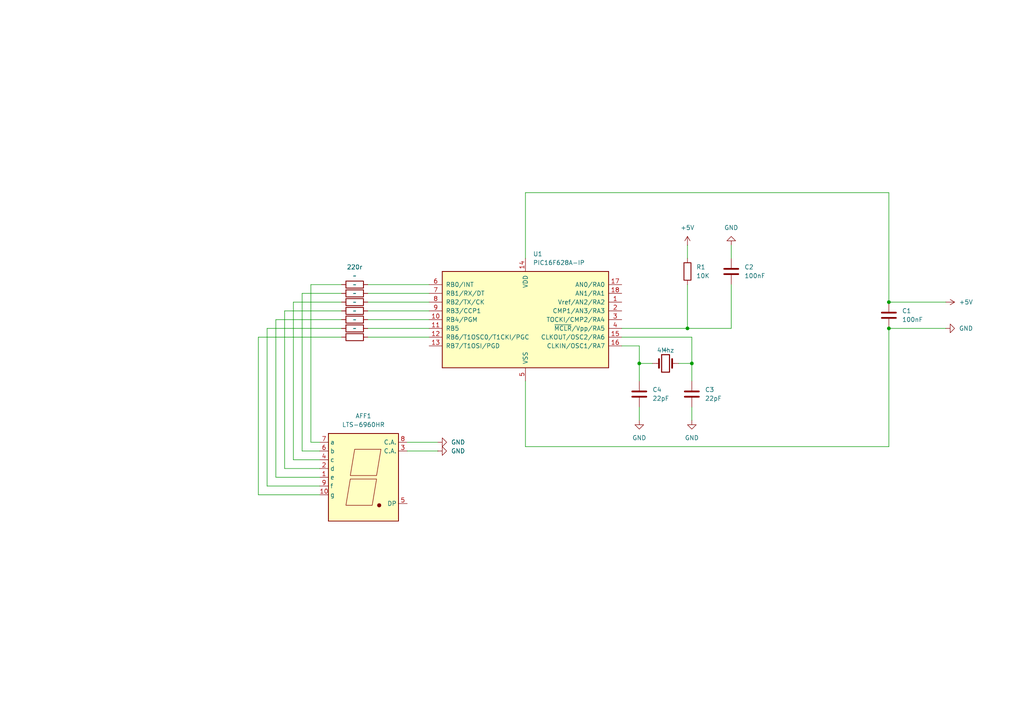
<source format=kicad_sch>
(kicad_sch (version 20231120) (generator "eeschema") (generator_version "8.0")
  (paper "A4")
  (lib_symbols
    (symbol "Device:C" (pin_numbers hide) (pin_names (offset 0.254))
      (property "Reference" "C" (at 0.635 2.54 0))
      (property "Value" "C" (at 0.635 -2.54 0))
      (symbol "C_0_1"
        (polyline (pts (xy -2.032 -0.762) (xy 2.032 -0.762)) (stroke (width 0.508)))
        (polyline (pts (xy -2.032 0.762) (xy 2.032 0.762)) (stroke (width 0.508)))
      )
      (symbol "C_1_1"
        (pin passive line (at 0 3.81 270) (length 2.794) (name "~") (number "1"))
        (pin passive line (at 0 -3.81 90) (length 2.794) (name "~") (number "2"))
      )
    )
    (symbol "Device:Crystal" (pin_numbers hide) (pin_names (offset 1.016) hide)
      (property "Reference" "Y" (at 0 3.81 0))
      (property "Value" "Crystal" (at 0 -3.81 0))
      (symbol "Crystal_0_1"
        (rectangle (start -1.143 2.54) (end 1.143 -2.54) (stroke (width 0.3048)))
        (polyline (pts (xy -2.54 0) (xy -1.905 0)))
        (polyline (pts (xy -1.905 -1.27) (xy -1.905 1.27)) (stroke (width 0.508)))
        (polyline (pts (xy 1.905 -1.27) (xy 1.905 1.27)) (stroke (width 0.508)))
        (polyline (pts (xy 2.54 0) (xy 1.905 0)))
      )
      (symbol "Crystal_1_1"
        (pin passive line (at -3.81 0 0) (length 1.27) (name "1") (number "1"))
        (pin passive line (at 3.81 0 180) (length 1.27) (name "2") (number "2"))
      )
    )
    (symbol "Device:R" (pin_numbers hide) (pin_names (offset 0))
      (property "Reference" "R" (at 2.032 0 90))
      (property "Value" "R" (at 0 0 90))
      (symbol "R_0_1"
        (rectangle (start -1.016 -2.54) (end 1.016 2.54) (stroke (width 0.254)))
      )
      (symbol "R_1_1"
        (pin passive line (at 0 3.81 270) (length 1.27) (name "~") (number "1"))
        (pin passive line (at 0 -3.81 90) (length 1.27) (name "~") (number "2"))
      )
    )
    (symbol "Display_Character:LTS-6960HR"
      (property "Reference" "AFF" (at -7.874 13.97 0))
      (property "Value" "LTS-6960HR" (at -2.032 13.97 0))
      (symbol "LTS-6960HR_0_1"
        (rectangle (start -10.16 12.7) (end 10.16 -12.7) (stroke (width 0.254)) (fill (type background)))
        (polyline (pts (xy -3.81 -0.508) (xy 3.81 -0.508) (xy 2.54 -8.128) (xy -5.08 -8.128) (xy -3.81 -0.508) (xy -3.81 -0.508)))
        (polyline (pts (xy -2.54 8.128) (xy 5.08 8.128) (xy 3.81 0.508) (xy -3.81 0.508) (xy -2.54 8.128) (xy -2.54 8.128)))
        (circle (center 4.572 -8.128) (radius 0.508) (fill (type outline)))
      )
      (symbol "LTS-6960HR_1_1"
        (pin passive line (at -12.7 0 0) (length 2.54) (name "e") (number "1"))
        (pin passive line (at -12.7 -5.08 0) (length 2.54) (name "g") (number "10"))
        (pin passive line (at -12.7 2.54 0) (length 2.54) (name "d") (number "2"))
        (pin passive line (at 12.7 7.62 180) (length 2.54) (name "C.A.") (number "3"))
        (pin passive line (at -12.7 5.08 0) (length 2.54) (name "c") (number "4"))
        (pin passive line (at 12.7 -7.62 180) (length 2.54) (name "DP") (number "5"))
        (pin passive line (at -12.7 7.62 0) (length 2.54) (name "b") (number "6"))
        (pin passive line (at -12.7 10.16 0) (length 2.54) (name "a") (number "7"))
        (pin passive line (at 12.7 10.16 180) (length 2.54) (name "C.A.") (number "8"))
        (pin passive line (at -12.7 -2.54 0) (length 2.54) (name "f") (number "9"))
      )
    )
    (symbol "MCU_Microchip_PIC16:PIC16F628A-IP" (pin_names (offset 1.016))
      (property "Reference" "U" (at -24.13 17.78 0))
      (property "Value" "PIC16F628A-IP" (at -24.13 15.24 0))
      (symbol "PIC16F628A-IP_0_1"
        (rectangle (start 24.13 13.97) (end -24.13 -13.97) (stroke (width 0.254)) (fill (type background)))
      )
      (symbol "PIC16F628A-IP_1_1"
        (pin bidirectional line (at 27.94 5.08 180) (length 3.81) (name "Vref/AN2/RA2") (number "1"))
        (pin bidirectional line (at -27.94 0 0) (length 3.81) (name "RB4/PGM") (number "10"))
        (pin bidirectional line (at -27.94 -2.54 0) (length 3.81) (name "RB5") (number "11"))
        (pin bidirectional line (at -27.94 -5.08 0) (length 3.81) (name "RB6/T1OSC0/T1CKI/PGC") (number "12"))
        (pin bidirectional line (at -27.94 -7.62 0) (length 3.81) (name "RB7/T1OSI/PGD") (number "13"))
        (pin power_in line (at 0 17.78 270) (length 3.81) (name "VDD") (number "14"))
        (pin bidirectional line (at 27.94 -5.08 180) (length 3.81) (name "CLKOUT/OSC2/RA6") (number "15"))
        (pin bidirectional line (at 27.94 -7.62 180) (length 3.81) (name "CLKIN/OSC1/RA7") (number "16"))
        (pin bidirectional line (at 27.94 10.16 180) (length 3.81) (name "AN0/RA0") (number "17"))
        (pin bidirectional line (at 27.94 7.62 180) (length 3.81) (name "AN1/RA1") (number "18"))
        (pin bidirectional line (at 27.94 2.54 180) (length 3.81) (name "CMP1/AN3/RA3") (number "2"))
        (pin bidirectional line (at 27.94 0 180) (length 3.81) (name "TOCKI/CMP2/RA4") (number "3"))
        (pin input line (at 27.94 -2.54 180) (length 3.81) (name "~{MCLR}/Vpp/RA5") (number "4"))
        (pin power_in line (at 0 -17.78 90) (length 3.81) (name "VSS") (number "5"))
        (pin bidirectional line (at -27.94 10.16 0) (length 3.81) (name "RB0/INT") (number "6"))
        (pin bidirectional line (at -27.94 7.62 0) (length 3.81) (name "RB1/RX/DT") (number "7"))
        (pin bidirectional line (at -27.94 5.08 0) (length 3.81) (name "RB2/TX/CK") (number "8"))
        (pin bidirectional line (at -27.94 2.54 0) (length 3.81) (name "RB3/CCP1") (number "9"))
      )
    )
    (symbol "power:+5V" (power) (pin_numbers hide) (pin_names (offset 0) hide)
      (property "Value" "+5V" (at 0 3.556 0))
      (symbol "+5V_0_1"
        (polyline (pts (xy -0.762 1.27) (xy 0 2.54)))
        (polyline (pts (xy 0 0) (xy 0 2.54)))
        (polyline (pts (xy 0 2.54) (xy 0.762 1.27)))
      )
      (symbol "+5V_1_1"
        (pin power_in line (at 0 0 90) (length 0) (name "~") (number "1"))
      )
    )
    (symbol "power:GND" (power) (pin_numbers hide) (pin_names (offset 0) hide)
      (property "Value" "GND" (at 0 -3.81 0))
      (symbol "GND_0_1"
        (polyline (pts (xy 0 0) (xy 0 -1.27) (xy 1.27 -1.27) (xy 0 -2.54) (xy -1.27 -1.27) (xy 0 -1.27)))
      )
      (symbol "GND_1_1"
        (pin power_in line (at 0 0 270) (length 0) (name "~") (number "1"))
      )
    )
  )
  (junction (at 257.81 95.25))
  (junction (at 185.42 105.41))
  (junction (at 199.39 95.25))
  (junction (at 257.81 87.63))
  (junction (at 200.66 105.41))
  (wire (pts (xy 180.34 97.79) (xy 200.66 97.79)))
  (wire (pts (xy 85.09 133.35) (xy 85.09 87.63)))
  (wire (pts (xy 257.81 87.63) (xy 274.32 87.63)))
  (wire (pts (xy 152.4 110.49) (xy 152.4 129.54)))
  (wire (pts (xy 257.81 55.88) (xy 257.81 87.63)))
  (wire (pts (xy 118.11 128.27) (xy 127 128.27)))
  (wire (pts (xy 118.11 130.81) (xy 127 130.81)))
  (wire (pts (xy 106.68 87.63) (xy 124.46 87.63)))
  (wire (pts (xy 87.63 130.81) (xy 87.63 85.09)))
  (wire (pts (xy 180.34 95.25) (xy 199.39 95.25)))
  (wire (pts (xy 189.23 105.41) (xy 185.42 105.41)))
  (wire (pts (xy 77.47 95.25) (xy 99.06 95.25)))
  (wire (pts (xy 77.47 140.97) (xy 77.47 95.25)))
  (wire (pts (xy 92.71 128.27) (xy 90.17 128.27)))
  (wire (pts (xy 196.85 105.41) (xy 200.66 105.41)))
  (wire (pts (xy 85.09 87.63) (xy 99.06 87.63)))
  (wire (pts (xy 212.09 95.25) (xy 199.39 95.25)))
  (wire (pts (xy 74.93 97.79) (xy 99.06 97.79)))
  (wire (pts (xy 185.42 105.41) (xy 185.42 110.49)))
  (wire (pts (xy 92.71 130.81) (xy 87.63 130.81)))
  (wire (pts (xy 92.71 143.51) (xy 74.93 143.51)))
  (wire (pts (xy 199.39 71.12) (xy 199.39 74.93)))
  (wire (pts (xy 199.39 95.25) (xy 199.39 82.55)))
  (wire (pts (xy 200.66 97.79) (xy 200.66 105.41)))
  (wire (pts (xy 152.4 55.88) (xy 257.81 55.88)))
  (wire (pts (xy 106.68 95.25) (xy 124.46 95.25)))
  (wire (pts (xy 106.68 85.09) (xy 124.46 85.09)))
  (wire (pts (xy 80.01 138.43) (xy 80.01 92.71)))
  (wire (pts (xy 74.93 143.51) (xy 74.93 97.79)))
  (wire (pts (xy 90.17 128.27) (xy 90.17 82.55)))
  (wire (pts (xy 82.55 90.17) (xy 99.06 90.17)))
  (wire (pts (xy 212.09 82.55) (xy 212.09 95.25)))
  (wire (pts (xy 185.42 100.33) (xy 185.42 105.41)))
  (wire (pts (xy 87.63 85.09) (xy 99.06 85.09)))
  (wire (pts (xy 106.68 92.71) (xy 124.46 92.71)))
  (wire (pts (xy 212.09 71.12) (xy 212.09 74.93)))
  (wire (pts (xy 92.71 133.35) (xy 85.09 133.35)))
  (wire (pts (xy 185.42 118.11) (xy 185.42 121.92)))
  (wire (pts (xy 106.68 97.79) (xy 124.46 97.79)))
  (wire (pts (xy 82.55 135.89) (xy 82.55 90.17)))
  (wire (pts (xy 257.81 95.25) (xy 274.32 95.25)))
  (wire (pts (xy 200.66 105.41) (xy 200.66 110.49)))
  (wire (pts (xy 152.4 129.54) (xy 257.81 129.54)))
  (wire (pts (xy 90.17 82.55) (xy 99.06 82.55)))
  (wire (pts (xy 80.01 92.71) (xy 99.06 92.71)))
  (wire (pts (xy 152.4 74.93) (xy 152.4 55.88)))
  (wire (pts (xy 92.71 138.43) (xy 80.01 138.43)))
  (wire (pts (xy 180.34 100.33) (xy 185.42 100.33)))
  (wire (pts (xy 106.68 82.55) (xy 124.46 82.55)))
  (wire (pts (xy 200.66 118.11) (xy 200.66 121.92)))
  (wire (pts (xy 92.71 140.97) (xy 77.47 140.97)))
  (wire (pts (xy 92.71 135.89) (xy 82.55 135.89)))
  (wire (pts (xy 257.81 129.54) (xy 257.81 95.25)))
  (wire (pts (xy 106.68 90.17) (xy 124.46 90.17)))
  (symbol (lib_id "Device:R") (at 102.87 85.09 90) (unit 1)
    (property "Reference" "220r" (effects (hide yes)))
    (property "Value" "~" (at 102.87 82.55 90))
    (property "Description" "Resistor" (effects (hide yes)))
  )
  (symbol (lib_id "MCU_Microchip_PIC16:PIC16F628A-IP") (at 152.4 92.71 0) (unit 1)
    (property "Reference" "U1" (at 154.5941 73.66 0) (effects (justify left)))
    (property "Value" "PIC16F628A-IP" (at 154.5941 76.2 0) (effects (justify left)))
    (property "Datasheet" "http://ww1.microchip.com/downloads/en/DeviceDoc/40300c.pdf" (effects (hide yes)))
    (property "Description" "2048W Flash, 224B SRAM, 128B EEPROM, DIP18" (effects (hide yes)))
  )
  (symbol (lib_id "power:GND") (at 127 128.27 90) (unit 1)
    (property "Reference" "#PWR08" (effects (hide yes)))
    (property "Value" "GND" (at 130.81 128.2699 90) (effects (justify right)))
    (property "Description" "Power symbol creates a global label with name \"GND\" , ground" (effects (hide yes)))
  )
  (symbol (lib_id "power:GND") (at 127 130.81 90) (unit 1)
    (property "Reference" "#PWR07" (effects (hide yes)))
    (property "Value" "GND" (at 130.81 130.8099 90) (effects (justify right)))
    (property "Description" "Power symbol creates a global label with name \"GND\" , ground" (effects (hide yes)))
  )
  (symbol (lib_id "Device:R") (at 102.87 82.55 90) (unit 1)
    (property "Reference" "220r" (at 102.87 77.47 90))
    (property "Value" "~" (at 102.87 80.01 90))
    (property "Description" "Resistor" (effects (hide yes)))
  )
  (symbol (lib_id "Device:R") (at 102.87 87.63 90) (unit 1)
    (property "Reference" "220r1" (effects (hide yes)))
    (property "Value" "~" (at 102.87 85.09 90))
    (property "Description" "Resistor" (effects (hide yes)))
  )
  (symbol (lib_id "Device:C") (at 200.66 114.3 0) (unit 1)
    (property "Reference" "C3" (at 204.47 113.0299 0) (effects (justify left)))
    (property "Value" "22pF" (at 204.47 115.5699 0) (effects (justify left)))
    (property "Description" "Unpolarized capacitor" (effects (hide yes)))
  )
  (symbol (lib_id "power:GND") (at 185.42 121.92 0) (unit 1)
    (property "Reference" "#PWR06" (effects (hide yes)))
    (property "Value" "GND" (at 185.42 127 0))
    (property "Description" "Power symbol creates a global label with name \"GND\" , ground" (effects (hide yes)))
  )
  (symbol (lib_id "Device:Crystal") (at 193.04 105.41 0) (unit 1)
    (property "Reference" "4Mhz" (at 193.04 101.6 0))
    (property "Value" "~" (at 193.04 101.6 0))
    (property "Description" "Two pin crystal" (effects (hide yes)))
  )
  (symbol (lib_id "Device:C") (at 257.81 91.44 0) (unit 1)
    (property "Reference" "C1" (at 261.62 90.1699 0) (effects (justify left)))
    (property "Value" "100nF" (at 261.62 92.7099 0) (effects (justify left)))
    (property "Description" "Unpolarized capacitor" (effects (hide yes)))
  )
  (symbol (lib_id "Device:R") (at 102.87 90.17 90) (unit 1)
    (property "Reference" "220r2" (effects (hide yes)))
    (property "Value" "~" (at 102.87 87.63 90))
    (property "Description" "Resistor" (effects (hide yes)))
  )
  (symbol (lib_id "Device:R") (at 102.87 92.71 90) (unit 1)
    (property "Reference" "220r3" (effects (hide yes)))
    (property "Value" "~" (at 102.87 90.17 90))
    (property "Description" "Resistor" (effects (hide yes)))
  )
  (symbol (lib_id "power:GND") (at 200.66 121.92 0) (unit 1)
    (property "Reference" "#PWR05" (effects (hide yes)))
    (property "Value" "GND" (at 200.66 127 0))
    (property "Description" "Power symbol creates a global label with name \"GND\" , ground" (effects (hide yes)))
  )
  (symbol (lib_id "power:+5V") (at 274.32 87.63 270) (unit 1)
    (property "Reference" "#PWR03" (effects (hide yes)))
    (property "Value" "+5V" (at 278.13 87.6299 90) (effects (justify left)))
    (property "Description" "Power symbol creates a global label with name \"+5V\"" (effects (hide yes)))
  )
  (symbol (lib_id "power:GND") (at 274.32 95.25 90) (unit 1)
    (property "Reference" "#PWR02" (effects (hide yes)))
    (property "Value" "GND" (at 278.13 95.2499 90) (effects (justify right)))
    (property "Description" "Power symbol creates a global label with name \"GND\" , ground" (effects (hide yes)))
  )
  (symbol (lib_id "power:GND") (at 212.09 71.12 180) (unit 1)
    (property "Reference" "#PWR01" (effects (hide yes)))
    (property "Value" "GND" (at 212.09 66.04 0))
    (property "Description" "Power symbol creates a global label with name \"GND\" , ground" (effects (hide yes)))
  )
  (symbol (lib_id "Display_Character:LTS-6960HR") (at 105.41 138.43 0) (unit 1)
    (property "Reference" "AFF1" (at 105.41 120.65 0))
    (property "Value" "LTS-6960HR" (at 105.41 123.19 0))
    (property "Footprint" "Display_7Segment:7SegmentLED_LTS6760_LTS6780" (effects (hide yes)))
    (property "Datasheet" "https://datasheet.octopart.com/LTS-6960HR-Lite-On-datasheet-11803242.pdf" (effects (hide yes)))
    (property "Description" "DISPLAY 7 SEGMENTS common A." (effects (hide yes)))
  )
  (symbol (lib_id "power:+5V") (at 199.39 71.12 0) (unit 1)
    (property "Reference" "#PWR04" (effects (hide yes)))
    (property "Value" "+5V" (at 199.39 66.04 0))
    (property "Description" "Power symbol creates a global label with name \"+5V\"" (effects (hide yes)))
  )
  (symbol (lib_id "Device:C") (at 212.09 78.74 0) (unit 1)
    (property "Reference" "C2" (at 215.9 77.4699 0) (effects (justify left)))
    (property "Value" "100nF" (at 215.9 80.0099 0) (effects (justify left)))
    (property "Description" "Unpolarized capacitor" (effects (hide yes)))
  )
  (symbol (lib_id "Device:R") (at 102.87 95.25 90) (unit 1)
    (property "Reference" "220r4" (effects (hide yes)))
    (property "Value" "~" (at 102.87 92.71 90))
    (property "Description" "Resistor" (effects (hide yes)))
  )
  (symbol (lib_id "Device:C") (at 185.42 114.3 0) (unit 1)
    (property "Reference" "C4" (at 189.23 113.0299 0) (effects (justify left)))
    (property "Value" "22pF" (at 189.23 115.5699 0) (effects (justify left)))
    (property "Description" "Unpolarized capacitor" (effects (hide yes)))
  )
  (symbol (lib_id "Device:R") (at 199.39 78.74 0) (unit 1)
    (property "Reference" "R1" (at 201.93 77.4699 0) (effects (justify left)))
    (property "Value" "10K" (at 201.93 80.0099 0) (effects (justify left)))
    (property "Description" "Resistor" (effects (hide yes)))
  )
  (symbol (lib_id "Device:R") (at 102.87 97.79 90) (unit 1)
    (property "Reference" "220r5" (effects (hide yes)))
    (property "Value" "~" (at 102.87 95.25 90))
    (property "Description" "Resistor" (effects (hide yes)))
  )
)
</source>
